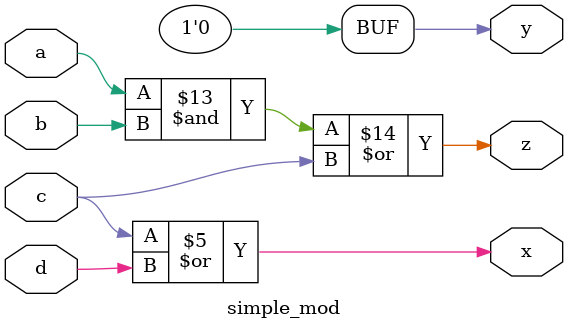
<source format=v>
module simple_mod ( 
	input wire a, 
	input wire b, 
	input wire c, 
	input wire d, 
	output wire x, 
	output wire y, 
	output wire z 
); 
	assign x = a << 1 >> 1 & b ^ c | d; 
	assign y = ~a & &a & ^a & |a; 
	assign z = ( a & b ) | c; 
endmodule 

</source>
